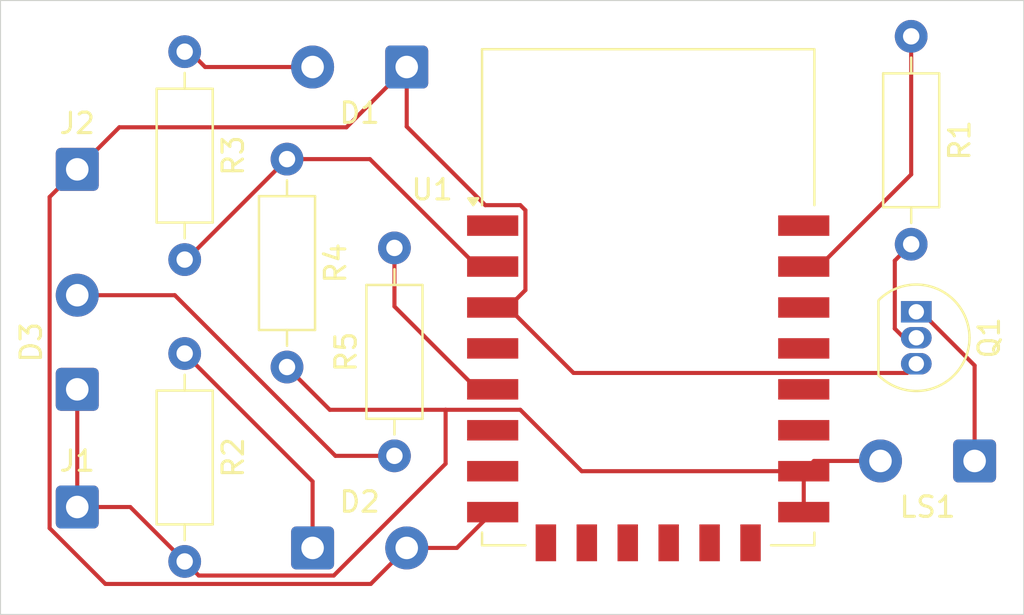
<source format=kicad_pcb>
(kicad_pcb (version 20240108) (generator "pcbnew") (generator_version "8.0")
  (layers (0 "F.Cu" signal) (31 "B.Cu" signal) (34 "B.Paste" user) (35 "F.Paste" user) (36 "B.SilkS" user "B.Silkscreen") (37 "F.SilkS" user "F.Silkscreen") (38 "B.Mask" user) (39 "F.Mask" user) (44 "Edge.Cuts" user))
  (net 0 "")
  (net 1 "Net-(D1-K)")
  (net 2 "Net-(D2-K)")
  (net 3 "Net-(Q1-B)")
  (net 4 "Net-(Q1-E)")
  (net 13 "Net-(U1-ADC)")
  (net 15 "Net-(U1-GPIO3{slash}RXD)")
  (net 17 "Net-(U1-GPIO14)")
  (net 23 "Net-(D1-A)")
  (net 24 "Net-(D3-A)")
  (net 25 "Net-(D3-K)")
  (footprint "Package_TO_SOT_THT:TO-92_Inline" (layer "F.Cu") (at 147.25 72.71 -90)
    (property "Reference" "Q1" (at 1.27 -3.56 90) (layer "F.SilkS"))
    (property "Value" "2N3904")
    (fp_line (start -0.53 1.85) (end 3.07 1.85) (stroke (width 0.12)) (layer "F.SilkS"))
    (fp_arc (start -0.568478 1.838478) (mid -1.132087 -0.994977) (end 1.27 -2.6) (stroke (width 0.12)) (layer "F.SilkS"))
    (fp_arc (start 1.27 -2.6) (mid 3.672087 -0.994977) (end 3.108478 1.838478) (stroke (width 0.12)) (layer "F.SilkS"))
    (pad "1" thru_hole rect (at 0 0 270) (size 1.05 1.5) (drill 0.75) (layers "*.Cu" "*.Mask") (net 4 "Net-(Q1-E)"))
    (pad "2" thru_hole oval (at 1.27 0 270) (size 1.05 1.5) (drill 0.75) (layers "*.Cu" "*.Mask") (net 3 "Net-(Q1-B)"))
    (pad "3" thru_hole oval (at 2.54 0 270) (size 1.05 1.5) (drill 0.75) (layers "*.Cu" "*.Mask") (net 1 "Net-(D1-K)"))
  )
  (footprint "Resistor_THT:R_Axial_DIN0207_L6.3mm_D2.5mm_P10.16mm_Horizontal" (layer "F.Cu") (at 116.5 65.25 -90)
    (property "Reference" "R4" (at 5.08 -2.37 90) (layer "F.SilkS"))
    (property "Value" "10K")
    (fp_line (start 1.81 1.37) (end 8.35 1.37) (stroke (width 0.12)) (layer "F.SilkS"))
    (fp_line (start 8.35 1.37) (end 8.35 -1.37) (stroke (width 0.12)) (layer "F.SilkS"))
    (fp_line (start 1.04 0) (end 1.81 0) (stroke (width 0.12)) (layer "F.SilkS"))
    (fp_line (start 9.12 0) (end 8.35 0) (stroke (width 0.12)) (layer "F.SilkS"))
    (fp_line (start 1.81 -1.37) (end 1.81 1.37) (stroke (width 0.12)) (layer "F.SilkS"))
    (fp_line (start 8.35 -1.37) (end 1.81 -1.37) (stroke (width 0.12)) (layer "F.SilkS"))
    (pad "1" thru_hole circle (at 0 0 270) (size 1.6 1.6) (drill 0.8) (layers "*.Cu" "*.Mask") (net 13 "Net-(U1-ADC)"))
    (pad "2" thru_hole oval (at 10.16 0 270) (size 1.6 1.6) (drill 0.8) (layers "*.Cu" "*.Mask") (net 25 "Net-(D3-K)"))
  )
  (footprint "RF_Module:ESP-12E" (layer "F.Cu") (at 134.15 72)
    (property "Reference" "U1" (at -10.56 -5.26 0) (layer "F.SilkS"))
    (property "Value" "ESP-12E")
    (fp_line (start -8.12 -12.12) (end 8.12 -12.12) (stroke (width 0.12)) (layer "F.SilkS"))
    (fp_line (start -8.12 -4.5) (end -8.12 -12.12) (stroke (width 0.12)) (layer "F.SilkS"))
    (fp_line (start -8.12 12.12) (end -8.12 11.5) (stroke (width 0.12)) (layer "F.SilkS"))
    (fp_line (start -6 12.12) (end -8.12 12.12) (stroke (width 0.12)) (layer "F.SilkS"))
    (fp_line (start 8.12 -12.12) (end 8.12 -4.5) (stroke (width 0.12)) (layer "F.SilkS"))
    (fp_line (start 8.12 11.5) (end 8.12 12.12) (stroke (width 0.12)) (layer "F.SilkS"))
    (fp_line (start 8.12 12.12) (end 6 12.12) (stroke (width 0.12)) (layer "F.SilkS"))
    (fp_poly (pts (xy -8.55 -4.5) (xy -8.79 -4.836) (xy -8.31 -4.836) (xy -8.55 -4.5)) (stroke (width 0.12)) (fill solid) (layer "F.SilkS"))
    (pad "1" smd rect (at -7.6 -3.5) (size 2.5 1) (layers "F.Cu" "F.Paste" "F.Mask"))
    (pad "2" smd rect (at -7.6 -1.5) (size 2.5 1) (layers "F.Cu" "F.Paste" "F.Mask") (net 13 "Net-(U1-ADC)"))
    (pad "3" smd rect (at -7.6 0.5) (size 2.5 1) (layers "F.Cu" "F.Paste" "F.Mask") (net 1 "Net-(D1-K)"))
    (pad "4" smd rect (at -7.6 2.5) (size 2.5 1) (layers "F.Cu" "F.Paste" "F.Mask"))
    (pad "5" smd rect (at -7.6 4.5) (size 2.5 1) (layers "F.Cu" "F.Paste" "F.Mask") (net 17 "Net-(U1-GPIO14)"))
    (pad "6" smd rect (at -7.6 6.5) (size 2.5 1) (layers "F.Cu" "F.Paste" "F.Mask"))
    (pad "7" smd rect (at -7.6 8.5) (size 2.5 1) (layers "F.Cu" "F.Paste" "F.Mask"))
    (pad "8" smd rect (at -7.6 10.5) (size 2.5 1) (layers "F.Cu" "F.Paste" "F.Mask") (net 1 "Net-(D1-K)"))
    (pad "9" smd rect (at -5 12) (size 1 1.8) (layers "F.Cu" "F.Paste" "F.Mask"))
    (pad "10" smd rect (at -3 12) (size 1 1.8) (layers "F.Cu" "F.Paste" "F.Mask"))
    (pad "11" smd rect (at -1 12) (size 1 1.8) (layers "F.Cu" "F.Paste" "F.Mask"))
    (pad "12" smd rect (at 1 12) (size 1 1.8) (layers "F.Cu" "F.Paste" "F.Mask"))
    (pad "13" smd rect (at 3 12) (size 1 1.8) (layers "F.Cu" "F.Paste" "F.Mask"))
    (pad "14" smd rect (at 5 12) (size 1 1.8) (layers "F.Cu" "F.Paste" "F.Mask"))
    (pad "15" smd rect (at 7.6 10.5) (size 2.5 1) (layers "F.Cu" "F.Paste" "F.Mask") (net 25 "Net-(D3-K)"))
    (pad "16" smd rect (at 7.6 8.5) (size 2.5 1) (layers "F.Cu" "F.Paste" "F.Mask") (net 25 "Net-(D3-K)"))
    (pad "17" smd rect (at 7.6 6.5) (size 2.5 1) (layers "F.Cu" "F.Paste" "F.Mask"))
    (pad "18" smd rect (at 7.6 4.5) (size 2.5 1) (layers "F.Cu" "F.Paste" "F.Mask"))
    (pad "19" smd rect (at 7.6 2.5) (size 2.5 1) (layers "F.Cu" "F.Paste" "F.Mask"))
    (pad "20" smd rect (at 7.6 0.5) (size 2.5 1) (layers "F.Cu" "F.Paste" "F.Mask"))
    (pad "21" smd rect (at 7.6 -1.5) (size 2.5 1) (layers "F.Cu" "F.Paste" "F.Mask") (net 15 "Net-(U1-GPIO3{slash}RXD)"))
    (pad "22" smd rect (at 7.6 -3.5) (size 2.5 1) (layers "F.Cu" "F.Paste" "F.Mask"))
  )
  (footprint "Resistor_THT:R_Axial_DIN0207_L6.3mm_D2.5mm_P10.16mm_Horizontal" (layer "F.Cu") (at 111.5 74.75 -90)
    (property "Reference" "R2" (at 5.08 -2.37 90) (layer "F.SilkS"))
    (property "Value" "220R")
    (fp_line (start 1.81 1.37) (end 8.35 1.37) (stroke (width 0.12)) (layer "F.SilkS"))
    (fp_line (start 8.35 1.37) (end 8.35 -1.37) (stroke (width 0.12)) (layer "F.SilkS"))
    (fp_line (start 1.04 0) (end 1.81 0) (stroke (width 0.12)) (layer "F.SilkS"))
    (fp_line (start 9.12 0) (end 8.35 0) (stroke (width 0.12)) (layer "F.SilkS"))
    (fp_line (start 1.81 -1.37) (end 1.81 1.37) (stroke (width 0.12)) (layer "F.SilkS"))
    (fp_line (start 8.35 -1.37) (end 1.81 -1.37) (stroke (width 0.12)) (layer "F.SilkS"))
    (pad "1" thru_hole circle (at 0 0 270) (size 1.6 1.6) (drill 0.8) (layers "*.Cu" "*.Mask") (net 2 "Net-(D2-K)"))
    (pad "2" thru_hole oval (at 10.16 0 270) (size 1.6 1.6) (drill 0.8) (layers "*.Cu" "*.Mask") (net 25 "Net-(D3-K)"))
  )
  (footprint "Resistor_THT:R_Axial_DIN0207_L6.3mm_D2.5mm_P10.16mm_Horizontal" (layer "F.Cu") (at 111.5 60 -90)
    (property "Reference" "R3" (at 5.08 -2.37 90) (layer "F.SilkS"))
    (property "Value" "1K")
    (fp_line (start 1.81 1.37) (end 8.35 1.37) (stroke (width 0.12)) (layer "F.SilkS"))
    (fp_line (start 8.35 1.37) (end 8.35 -1.37) (stroke (width 0.12)) (layer "F.SilkS"))
    (fp_line (start 1.04 0) (end 1.81 0) (stroke (width 0.12)) (layer "F.SilkS"))
    (fp_line (start 9.12 0) (end 8.35 0) (stroke (width 0.12)) (layer "F.SilkS"))
    (fp_line (start 1.81 -1.37) (end 1.81 1.37) (stroke (width 0.12)) (layer "F.SilkS"))
    (fp_line (start 8.35 -1.37) (end 1.81 -1.37) (stroke (width 0.12)) (layer "F.SilkS"))
    (pad "1" thru_hole circle (at 0 0 270) (size 1.6 1.6) (drill 0.8) (layers "*.Cu" "*.Mask") (net 23 "Net-(D1-A)"))
    (pad "2" thru_hole oval (at 10.16 0 270) (size 1.6 1.6) (drill 0.8) (layers "*.Cu" "*.Mask") (net 13 "Net-(U1-ADC)"))
  )
  (footprint "Connector_Wire:SolderWire-0.5sqmm_1x02_P4.6mm_D0.9mm_OD2.1mm" (layer "F.Cu") (at 117.75 84.25)
    (property "Reference" "D2" (at 2.3 -2.25 0) (layer "F.SilkS"))
    (property "Value" "IR LED")
    (pad "1" thru_hole roundrect (at 0 0) (size 2.1 2.1) (drill 1.1) (layers "*.Cu" "*.Mask") (roundrect_rratio 0.119048) (net 2 "Net-(D2-K)"))
    (pad "2" thru_hole circle (at 4.6 0) (size 2.1 2.1) (drill 1.1) (layers "*.Cu" "*.Mask") (net 1 "Net-(D1-K)"))
  )
  (footprint "Connector_Wire:SolderWire-0.5sqmm_1x02_P4.6mm_D0.9mm_OD2.1mm" (layer "F.Cu") (at 122.35 60.75 180)
    (property "Reference" "D1" (at 2.3 -2.25 180) (layer "F.SilkS"))
    (property "Value" "IR Photodiode")
    (pad "1" thru_hole roundrect (at 0 0 180) (size 2.1 2.1) (drill 1.1) (layers "*.Cu" "*.Mask") (roundrect_rratio 0.119048) (net 1 "Net-(D1-K)"))
    (pad "2" thru_hole circle (at 4.6 0 180) (size 2.1 2.1) (drill 1.1) (layers "*.Cu" "*.Mask") (net 23 "Net-(D1-A)"))
  )
  (footprint "Connector_Wire:SolderWire-0.5sqmm_1x02_P4.6mm_D0.9mm_OD2.1mm" (layer "F.Cu") (at 150.1 80 180)
    (property "Reference" "LS1" (at 2.3 -2.25 360) (layer "F.SilkS"))
    (property "Value" "Speaker")
    (pad "1" thru_hole roundrect (at 0 0 180) (size 2.1 2.1) (drill 1.1) (layers "*.Cu" "*.Mask") (roundrect_rratio 0.119048) (net 4 "Net-(Q1-E)"))
    (pad "2" thru_hole circle (at 4.6 0 180) (size 2.1 2.1) (drill 1.1) (layers "*.Cu" "*.Mask") (net 25 "Net-(D3-K)"))
  )
  (footprint "Connector_Wire:SolderWire-0.5sqmm_1x02_P4.6mm_D0.9mm_OD2.1mm" (layer "F.Cu") (at 106.25 76.5 90)
    (property "Reference" "D3" (at 2.3 -2.25 90) (layer "F.SilkS"))
    (property "Value" "LED")
    (pad "1" thru_hole roundrect (at 0 0 90) (size 2.1 2.1) (drill 1.1) (layers "*.Cu" "*.Mask") (roundrect_rratio 0.119048) (net 25 "Net-(D3-K)"))
    (pad "2" thru_hole circle (at 4.6 0 90) (size 2.1 2.1) (drill 1.1) (layers "*.Cu" "*.Mask") (net 24 "Net-(D3-A)"))
  )
  (footprint "Connector_Wire:SolderWire-0.5sqmm_1x01_D0.9mm_OD2.1mm" (layer "F.Cu") (at 106.25 65.75)
    (property "Reference" "J2" (at 0 -2.25 0) (layer "F.SilkS"))
    (property "Value" "+3V0")
    (pad "1" thru_hole roundrect (at 0 0) (size 2.1 2.1) (drill 1.1) (layers "*.Cu" "*.Mask") (roundrect_rratio 0.119048) (net 1 "Net-(D1-K)"))
  )
  (footprint "MountingHole:MountingHole_2.2mm_M2" (layer "F.Cu") (at 150 85)
    (property "Reference" "H2" (hide yes))
    (property "Value" "MountingHole" (hide yes))
    (pad "" np_thru_hole circle (at 0 0) (size 2.2 2.2) (drill 2.2) (layers "*.Cu" "*.Mask"))
  )
  (footprint "MountingHole:MountingHole_2.2mm_M2" (layer "F.Cu") (at 105 60)
    (property "Reference" "H1" (hide yes))
    (property "Value" "MountingHole" (hide yes))
    (pad "" np_thru_hole circle (at 0 0) (size 2.2 2.2) (drill 2.2) (layers "*.Cu" "*.Mask"))
  )
  (footprint "Connector_Wire:SolderWire-0.5sqmm_1x01_D0.9mm_OD2.1mm" (layer "F.Cu") (at 106.25 82.25)
    (property "Reference" "J1" (at 0 -2.25 0) (layer "F.SilkS"))
    (property "Value" "GND")
    (pad "1" thru_hole roundrect (at 0 0) (size 2.1 2.1) (drill 1.1) (layers "*.Cu" "*.Mask") (roundrect_rratio 0.119048) (net 25 "Net-(D3-K)"))
  )
  (footprint "Resistor_THT:R_Axial_DIN0207_L6.3mm_D2.5mm_P10.16mm_Horizontal" (layer "F.Cu") (at 121.75 79.75 90)
    (property "Reference" "R5" (at 5.08 -2.37 90) (layer "F.SilkS"))
    (property "Value" "10K")
    (fp_line (start 8.35 -1.37) (end 1.81 -1.37) (stroke (width 0.12)) (layer "F.SilkS"))
    (fp_line (start 1.81 -1.37) (end 1.81 1.37) (stroke (width 0.12)) (layer "F.SilkS"))
    (fp_line (start 9.12 0) (end 8.35 0) (stroke (width 0.12)) (layer "F.SilkS"))
    (fp_line (start 1.04 0) (end 1.81 0) (stroke (width 0.12)) (layer "F.SilkS"))
    (fp_line (start 8.35 1.37) (end 8.35 -1.37) (stroke (width 0.12)) (layer "F.SilkS"))
    (fp_line (start 1.81 1.37) (end 8.35 1.37) (stroke (width 0.12)) (layer "F.SilkS"))
    (pad "1" thru_hole circle (at 0 0 90) (size 1.6 1.6) (drill 0.8) (layers "*.Cu" "*.Mask") (net 24 "Net-(D3-A)"))
    (pad "2" thru_hole oval (at 10.16 0 90) (size 1.6 1.6) (drill 0.8) (layers "*.Cu" "*.Mask") (net 17 "Net-(U1-GPIO14)"))
  )
  (footprint "Resistor_THT:R_Axial_DIN0207_L6.3mm_D2.5mm_P10.16mm_Horizontal" (layer "F.Cu") (at 147 59.25 -90)
    (property "Reference" "R1" (at 5.08 -2.37 90) (layer "F.SilkS"))
    (property "Value" "1K")
    (fp_line (start 1.81 1.37) (end 8.35 1.37) (stroke (width 0.12)) (layer "F.SilkS"))
    (fp_line (start 8.35 1.37) (end 8.35 -1.37) (stroke (width 0.12)) (layer "F.SilkS"))
    (fp_line (start 1.04 0) (end 1.81 0) (stroke (width 0.12)) (layer "F.SilkS"))
    (fp_line (start 9.12 0) (end 8.35 0) (stroke (width 0.12)) (layer "F.SilkS"))
    (fp_line (start 1.81 -1.37) (end 1.81 1.37) (stroke (width 0.12)) (layer "F.SilkS"))
    (fp_line (start 8.35 -1.37) (end 1.81 -1.37) (stroke (width 0.12)) (layer "F.SilkS"))
    (pad "1" thru_hole circle (at 0 0 270) (size 1.6 1.6) (drill 0.8) (layers "*.Cu" "*.Mask") (net 15 "Net-(U1-GPIO3{slash}RXD)"))
    (pad "2" thru_hole oval (at 10.16 0 270) (size 1.6 1.6) (drill 0.8) (layers "*.Cu" "*.Mask") (net 3 "Net-(Q1-B)"))
  )
  (gr_rect (start 102.5 57.5) (end 152.5 87.5) (stroke (width 0.05)) (fill none) (layer "Edge.Cuts"))
  (segment (start 127.9 67.5) (end 128.15 67.75) (width 0.2) (layer "F.Cu") (net 1))
  (segment (start 122.35 84.25) (end 120.59 86.01) (width 0.2) (layer "F.Cu") (net 1))
  (segment (start 124.8 84.25) (end 126.55 82.5) (width 0.2) (layer "F.Cu") (net 1))
  (segment (start 128.15 67.75) (end 128.15 71.65) (width 0.2) (layer "F.Cu") (net 1))
  (segment (start 128.15 71.65) (end 127.3 72.5) (width 0.2) (layer "F.Cu") (net 1))
  (segment (start 126.188578 67.5) (end 127.9 67.5) (width 0.2) (layer "F.Cu") (net 1))
  (segment (start 120.59 86.01) (end 107.625256 86.01) (width 0.2) (layer "F.Cu") (net 1))
  (segment (start 146.8 75.7) (end 130.5 75.7) (width 0.2) (layer "F.Cu") (net 1))
  (segment (start 147.25 75.25) (end 146.8 75.7) (width 0.2) (layer "F.Cu") (net 1))
  (segment (start 104.9 67.1) (end 106.25 65.75) (width 0.2) (layer "F.Cu") (net 1))
  (segment (start 122.35 84.25) (end 124.8 84.25) (width 0.2) (layer "F.Cu") (net 1))
  (segment (start 122.35 63.661422) (end 126.188578 67.5) (width 0.2) (layer "F.Cu") (net 1))
  (segment (start 106.25 65.75) (end 108.305635 63.694365) (width 0.2) (layer "F.Cu") (net 1))
  (segment (start 107.625256 86.01) (end 104.9 83.284744) (width 0.2) (layer "F.Cu") (net 1))
  (segment (start 127.3 72.5) (end 126.55 72.5) (width 0.2) (layer "F.Cu") (net 1))
  (segment (start 119.405635 63.694365) (end 122.35 60.75) (width 0.2) (layer "F.Cu") (net 1))
  (segment (start 104.9 83.284744) (end 104.9 67.1) (width 0.2) (layer "F.Cu") (net 1))
  (segment (start 108.305635 63.694365) (end 119.405635 63.694365) (width 0.2) (layer "F.Cu") (net 1))
  (segment (start 130.5 75.7) (end 127.3 72.5) (width 0.2) (layer "F.Cu") (net 1))
  (segment (start 122.35 60.75) (end 122.35 63.661422) (width 0.2) (layer "F.Cu") (net 1))
  (segment (start 117.75 84.25) (end 117.75 81) (width 0.2) (layer "F.Cu") (net 2))
  (segment (start 117.75 81) (end 111.5 74.75) (width 0.2) (layer "F.Cu") (net 2))
  (segment (start 146.645 73.98) (end 147.25 73.98) (width 0.2) (layer "F.Cu") (net 3))
  (segment (start 146.2 70.21) (end 146.2 73.535) (width 0.2) (layer "F.Cu") (net 3))
  (segment (start 147 69.41) (end 146.2 70.21) (width 0.2) (layer "F.Cu") (net 3))
  (segment (start 146.2 73.535) (end 146.645 73.98) (width 0.2) (layer "F.Cu") (net 3))
  (segment (start 147.25 72.71) (end 147.475 72.71) (width 0.2) (layer "F.Cu") (net 4))
  (segment (start 150.1 75.335) (end 150.1 80) (width 0.2) (layer "F.Cu") (net 4))
  (segment (start 147.475 72.71) (end 150.1 75.335) (width 0.2) (layer "F.Cu") (net 4))
  (segment (start 126.55 70.5) (end 125.8 70.5) (width 0.2) (layer "F.Cu") (net 13))
  (segment (start 116.5 65.25) (end 111.59 70.16) (width 0.2) (layer "F.Cu") (net 13))
  (segment (start 111.59 70.16) (end 111.5 70.16) (width 0.2) (layer "F.Cu") (net 13))
  (segment (start 125.8 70.5) (end 120.55 65.25) (width 0.2) (layer "F.Cu") (net 13))
  (segment (start 120.55 65.25) (end 116.5 65.25) (width 0.2) (layer "F.Cu") (net 13))
  (segment (start 141.75 70.5) (end 142.5 70.5) (width 0.2) (layer "F.Cu") (net 15))
  (segment (start 147 66) (end 147 59.25) (width 0.2) (layer "F.Cu") (net 15))
  (segment (start 142.5 70.5) (end 147 66) (width 0.2) (layer "F.Cu") (net 15))
  (segment (start 121.75 69.59) (end 121.75 72.45) (width 0.2) (layer "F.Cu") (net 17))
  (segment (start 121.75 72.45) (end 125.8 76.5) (width 0.2) (layer "F.Cu") (net 17))
  (segment (start 125.8 76.5) (end 126.55 76.5) (width 0.2) (layer "F.Cu") (net 17))
  (segment (start 111.5 60) (end 111.75 60) (width 0.2) (layer "F.Cu") (net 23))
  (segment (start 112.5 60.75) (end 117.75 60.75) (width 0.2) (layer "F.Cu") (net 23))
  (segment (start 111.75 60) (end 112.5 60.75) (width 0.2) (layer "F.Cu") (net 23))
  (segment (start 111.015256 71.9) (end 106.25 71.9) (width 0.2) (layer "F.Cu") (net 24))
  (segment (start 118.865256 79.75) (end 111.015256 71.9) (width 0.2) (layer "F.Cu") (net 24))
  (segment (start 121.75 79.75) (end 118.865256 79.75) (width 0.2) (layer "F.Cu") (net 24))
  (segment (start 142.25 80) (end 141.75 80.5) (width 0.2) (layer "F.Cu") (net 25))
  (segment (start 112.19 85.6) (end 111.5 84.91) (width 0.2) (layer "F.Cu") (net 25))
  (segment (start 130.9 80.5) (end 127.9 77.5) (width 0.2) (layer "F.Cu") (net 25))
  (segment (start 141.75 82.5) (end 141.75 80.5) (width 0.2) (layer "F.Cu") (net 25))
  (segment (start 124.25 77.5) (end 118.59 77.5) (width 0.2) (layer "F.Cu") (net 25))
  (segment (start 118.784744 85.6) (end 112.19 85.6) (width 0.2) (layer "F.Cu") (net 25))
  (segment (start 106.25 82.25) (end 108.84 82.25) (width 0.2) (layer "F.Cu") (net 25))
  (segment (start 127.9 77.5) (end 124.25 77.5) (width 0.2) (layer "F.Cu") (net 25))
  (segment (start 124.25 77.5) (end 124.25 80.134744) (width 0.2) (layer "F.Cu") (net 25))
  (segment (start 118.59 77.5) (end 116.5 75.41) (width 0.2) (layer "F.Cu") (net 25))
  (segment (start 108.84 82.25) (end 111.5 84.91) (width 0.2) (layer "F.Cu") (net 25))
  (segment (start 124.25 80.134744) (end 118.784744 85.6) (width 0.2) (layer "F.Cu") (net 25))
  (segment (start 106.25 82.25) (end 106.25 76.5) (width 0.2) (layer "F.Cu") (net 25))
  (segment (start 141.75 80.5) (end 130.9 80.5) (width 0.2) (layer "F.Cu") (net 25))
  (segment (start 145.5 80) (end 142.25 80) (width 0.2) (layer "F.Cu") (net 25))
)
</source>
